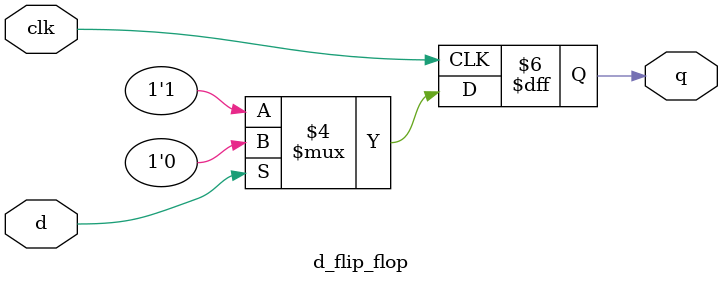
<source format=v>
`timescale 1ns/1ps

module d_flip_flop(clk, d, q);

input clk, d;
output reg q;

always@(posedge clk) begin 
   if(d == 1'b0)
	   q <= 1'b1;
	 else 
	   q <= 1'b0;

end 

endmodule

</source>
